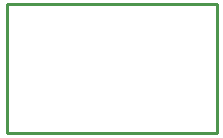
<source format=gko>
G04 Layer: BoardOutlineLayer*
G04 EasyEDA v6.5.34, 2023-09-07 17:04:59*
G04 d285b86b6a45415abe36a98a1c013e6f,0b3e81c085af431c91bff7fd5324728f,10*
G04 Gerber Generator version 0.2*
G04 Scale: 100 percent, Rotated: No, Reflected: No *
G04 Dimensions in millimeters *
G04 leading zeros omitted , absolute positions ,4 integer and 5 decimal *
%FSLAX45Y45*%
%MOMM*%

%ADD10C,0.2540*%
D10*
X1041400Y5524500D02*
G01*
X2819400Y5524500D01*
X2819400Y4432300D01*
X1041400Y4432300D01*
X1041400Y5524500D01*

%LPD*%
M02*

</source>
